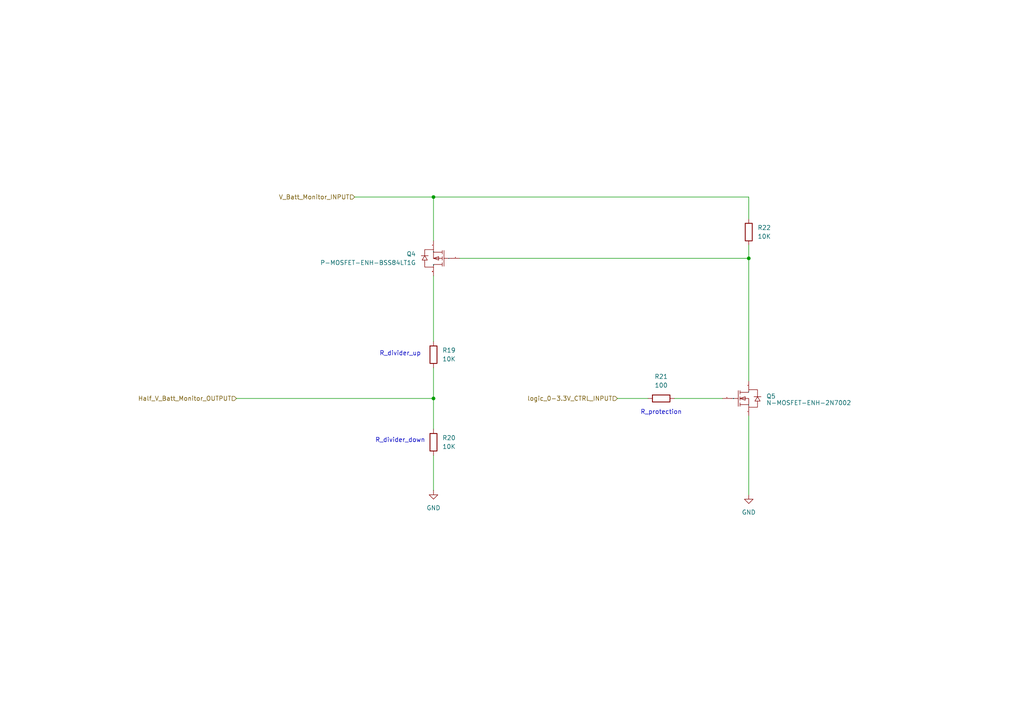
<source format=kicad_sch>
(kicad_sch (version 20250114) (generator "eeschema") (generator_version "9.0")
  (paper "A4")
  (lib_symbols
    (symbol "Device:R" (pin_numbers (hide yes)) (pin_names (offset 0))
      (property "Reference" "R" (at 2.032 0 90))
      (property "Value" "R" (at 0 0 90))
      (symbol "R_0_1"
        (rectangle (start -1.016 -2.54) (end 1.016 2.54) (stroke (width 0.254)))
      )
      (symbol "R_1_1"
        (pin passive line (at 0 3.81 270) (length 1.27) (name "~") (number "1"))
        (pin passive line (at 0 -3.81 90) (length 1.27) (name "~") (number "2"))
      )
    )
    (symbol "GND_1" (power) (pin_numbers (hide yes)) (pin_names (offset 0) (hide yes))
      (property "Value" "GND" (at 0 -3.81 0))
      (symbol "GND_1_0_1"
        (polyline (pts (xy 0 0) (xy 0 -1.27) (xy 1.27 -1.27) (xy 0 -2.54) (xy -1.27 -1.27) (xy 0 -1.27)))
      )
      (symbol "GND_1_1_1"
        (pin power_in line (at 0 0 270) (length 0) (name "~") (number "1"))
      )
    )
    (symbol "My_Personal_Symbols_Library:2N7002"
      (property "Reference" "Q" (at -2.286 4.826 0))
      (symbol "2N7002_1_0"
        (polyline (pts (xy -2.54 0) (xy -0.508 0)))
        (polyline (pts (xy -0.508 2.286) (xy -0.508 -2.286)))
        (polyline (pts (xy 0 2.286) (xy 0 1.27)))
        (polyline (pts (xy 0 1.778) (xy 2.54 1.778) (xy 2.54 1.778) (xy 2.54 2.54) (xy 2.54 2.54) (xy 5.08 2.54) (xy 5.08 2.54) (xy 5.08 0.508)))
        (polyline (pts (xy 0 0) (xy 1.524 -0.508) (xy 1.524 -0.508) (xy 1.524 0.508) (xy 1.524 0.508) (xy 0 0)))
        (polyline (pts (xy 0 0) (xy 2.54 0) (xy 2.54 0) (xy 2.54 -2.54) (xy 2.54 -2.54) (xy 5.08 -2.54) (xy 5.08 -2.54) (xy 5.08 -0.762)))
        (polyline (pts (xy 0 -0.508) (xy 0 0.508)))
        (polyline (pts (xy 0 -2.286) (xy 0 -1.27)))
        (polyline (pts (xy 2.54 -1.778) (xy 0 -1.778)))
        (polyline (pts (xy 5.08 0.508) (xy 4.318 -0.762) (xy 4.318 -0.762) (xy 5.842 -0.762) (xy 5.842 -0.762) (xy 5.08 0.508)))
        (polyline (pts (xy 6.096 0.508) (xy 5.588 0.508) (xy 5.588 0.508) (xy 4.572 0.508) (xy 4.572 0.508) (xy 4.064 0.508)))
        (pin input line (at -5.08 0 0) (length 2.54) (name "G") (number "1"))
        (pin input line (at 2.54 5.08 270) (length 2.54) (name "D") (number "3"))
        (pin input line (at 2.54 -5.08 90) (length 2.54) (name "S") (number "2"))
      )
    )
    (symbol "My_Personal_Symbols_Library:BSS84LT1G"
      (property "Reference" "Q" (at -1.778 4.064 0))
      (symbol "BSS84LT1G_1_0"
        (polyline (pts (xy -2.54 0) (xy -0.508 0)))
        (polyline (pts (xy -0.508 2.286) (xy -0.508 -2.286)))
        (polyline (pts (xy 0 2.286) (xy 0 1.27)))
        (polyline (pts (xy 0 1.778) (xy 2.54 1.778) (xy 2.54 1.778) (xy 2.54 2.54) (xy 2.54 2.54) (xy 5.08 2.54) (xy 5.08 2.54) (xy 5.08 0.508)))
        (polyline (pts (xy 0 0) (xy 2.54 0) (xy 2.54 0) (xy 2.54 -2.54) (xy 2.54 -2.54) (xy 5.08 -2.54) (xy 5.08 -2.54) (xy 5.08 -0.762)))
        (polyline (pts (xy 0 -0.508) (xy 0 0.508)))
        (polyline (pts (xy 0 -2.286) (xy 0 -1.27)))
        (polyline (pts (xy 2.54 0) (xy 1.016 0.508) (xy 1.016 0.508) (xy 1.016 -0.508) (xy 1.016 -0.508) (xy 2.54 0)))
        (polyline (pts (xy 2.54 -1.778) (xy 0 -1.778)))
        (polyline (pts (xy 4.064 -0.762) (xy 4.572 -0.762) (xy 4.572 -0.762) (xy 5.588 -0.762) (xy 5.588 -0.762) (xy 6.096 -0.762)))
        (polyline (pts (xy 5.08 -0.762) (xy 5.842 0.508) (xy 5.842 0.508) (xy 4.318 0.508) (xy 4.318 0.508) (xy 5.08 -0.762)))
        (pin passive line (at -5.08 0 0) (length 2.54) (name "G") (number "1"))
        (pin passive line (at 2.54 5.08 270) (length 2.54) (name "D") (number "3"))
        (pin passive line (at 2.54 -5.08 90) (length 2.54) (name "S") (number "2"))
      )
    )
  )
  (text "R_divider_down" (at 116.078 127.762 0) (effects (font (size 1.27 1.27))))
  (text "R_divider_up" (at 116.078 102.616 0) (effects (font (size 1.27 1.27))))
  (text "R_protection" (at 191.77 119.634 0) (effects (font (size 1.27 1.27))))
  (junction (at 125.73 115.57))
  (junction (at 217.17 74.93))
  (junction (at 125.73 57.15))
  (wire (pts (xy 102.87 57.15) (xy 125.73 57.15)))
  (wire (pts (xy 125.73 132.08) (xy 125.73 142.24)))
  (wire (pts (xy 125.73 57.15) (xy 125.73 69.85)))
  (wire (pts (xy 217.17 74.93) (xy 217.17 110.49)))
  (wire (pts (xy 133.35 74.93) (xy 217.17 74.93)))
  (wire (pts (xy 125.73 115.57) (xy 125.73 124.46)))
  (wire (pts (xy 125.73 80.01) (xy 125.73 99.06)))
  (wire (pts (xy 125.73 106.68) (xy 125.73 115.57)))
  (wire (pts (xy 195.58 115.57) (xy 209.55 115.57)))
  (wire (pts (xy 217.17 120.65) (xy 217.17 143.51)))
  (wire (pts (xy 217.17 74.93) (xy 217.17 71.12)))
  (wire (pts (xy 179.07 115.57) (xy 187.96 115.57)))
  (wire (pts (xy 68.58 115.57) (xy 125.73 115.57)))
  (wire (pts (xy 125.73 57.15) (xy 217.17 57.15)))
  (wire (pts (xy 217.17 57.15) (xy 217.17 63.5)))
  (hierarchical_label "Half_V_Batt_Monitor_OUTPUT" (shape input) (at 68.58 115.57 180))
  (hierarchical_label "logic_0-3.3V_CTRL_INPUT" (shape input) (at 179.07 115.57 180))
  (hierarchical_label "V_Batt_Monitor_INPUT" (shape input) (at 102.87 57.15 180))
  (symbol (lib_id "Device:R") (at 125.73 102.87 180) (unit 1)
    (property "Reference" "R19" (at 128.27 101.5999 0) (effects (justify right)))
    (property "Value" "10K" (at 128.27 104.1399 0) (effects (justify right)))
    (property "Footprint" "Resistor_SMD:R_0805_2012Metric_Pad1.20x1.40mm_HandSolder" (effects (hide yes)))
    (property "REF" "C17414" (effects (hide yes)))
  )
  (symbol (lib_id "Device:R") (at 217.17 67.31 180) (unit 1)
    (property "Reference" "R22" (at 219.71 66.0399 0) (effects (justify right)))
    (property "Value" "10K" (at 219.71 68.5799 0) (effects (justify right)))
    (property "Footprint" "Resistor_SMD:R_0805_2012Metric_Pad1.20x1.40mm_HandSolder" (effects (hide yes)))
    (property "REF" "C17414" (effects (hide yes)))
  )
  (symbol (lib_id "My_Personal_Symbols_Library:BSS84LT1G") (at 128.27 74.93 180) (unit 1)
    (property "Reference" "Q4" (at 120.65 73.6599 0) (effects (justify left)))
    (property "Value" "P-MOSFET-ENH-BSS84LT1G" (at 120.65 76.1999 0) (effects (justify left)))
    (property "Footprint" "Soleidon_foot:BSS84_SOT-23-3_L2.9-W1.6-P1.90-LS2.8-BR" (effects (hide yes)))
    (property "Datasheet" "https://atta.szlcsc.com/upload/public/pdf/source/20160910/1473490307635.PDF" (effects (hide yes)))
    (property "Description" "Type:1个PChannel Drain Source Voltage (Vdss): Continuous Drain Current (Id): Power Dissipation (Pd): Drain Source On Resistance (RDS(on)@Vgs,Id):10Ω@5V,100mA Gate Threshold Voltage (Vgs(th)@Id):2V@250uA Input Capacitance (Ciss@Vds):30pF@5V Operating Temper" (effects (hide yes)))
    (property "Manufacturer Part" "BSS84LT1G" (effects (hide yes)))
    (property "Manufacturer" "onsemi(安森美)" (effects (hide yes)))
    (property "Supplier Part" "C82079" (effects (hide yes)))
    (property "Supplier" "LCSC" (effects (hide yes)))
    (property "LCSC Part Name" "1个P沟道 耐压:50V 电流:130mA" (effects (hide yes)))
  )
  (symbol (lib_name "GND_1") (lib_id "power:GND") (at 217.17 143.51 0) (unit 1)
    (property "Reference" "#PWR055" (effects (hide yes)))
    (property "Value" "GND" (at 217.17 148.59 0))
    (property "Description" "Power symbol creates a global label with name \"GND\" , ground" (effects (hide yes)))
  )
  (symbol (lib_name "GND_1") (lib_id "power:GND") (at 125.73 142.24 0) (unit 1)
    (property "Reference" "#PWR054" (effects (hide yes)))
    (property "Value" "GND" (at 125.73 147.32 0))
    (property "Description" "Power symbol creates a global label with name \"GND\" , ground" (effects (hide yes)))
  )
  (symbol (lib_id "My_Personal_Symbols_Library:2N7002") (at 214.63 115.57 0) (unit 1)
    (property "Reference" "Q5" (at 222.25 114.9349 0) (effects (justify left)))
    (property "Value" "N-MOSFET-ENH-2N7002" (at 222.25 116.84 0) (effects (justify left)))
    (property "Footprint" "Soleidon_foot:SOT-23-3_L2.9-W1.3-P1.90-LS2.4-BR_2N7002" (effects (hide yes)))
    (property "Datasheet" "https://atta.szlcsc.com/upload/public/pdf/source/20171228/C164913_15144413269051213916.pdf" (effects (hide yes)))
    (property "Description" "Type:1 N-Channel Drain Source Voltage (Vdss): Continuous Drain Current (Id): Drain Source On Resistance (RDS(on)@Vgs,Id):5Ω@10V Power Dissipation (Pd):225mW Gate Threshold Voltage (Vgs(th)@Id):2.5V@250uA Input Capacitance (Ciss@Vds):50pF Reverse Transfer" (effects (hide yes)))
    (property "Manufacturer Part" "2N7002" (effects (hide yes)))
    (property "Manufacturer" "CJ(江苏长电/长晶)" (effects (hide yes)))
    (property "Supplier Part" "C8545" (effects (hide yes)))
    (property "Supplier" "LCSC" (effects (hide yes)))
    (property "LCSC Part Name" "1个N沟道 耐压:60V 电流:115mA" (effects (hide yes)))
  )
  (symbol (lib_id "Device:R") (at 125.73 128.27 180) (unit 1)
    (property "Reference" "R20" (at 128.27 126.9999 0) (effects (justify right)))
    (property "Value" "10K" (at 128.27 129.5399 0) (effects (justify right)))
    (property "Footprint" "Resistor_SMD:R_0805_2012Metric_Pad1.20x1.40mm_HandSolder" (effects (hide yes)))
    (property "REF" "C17414" (effects (hide yes)))
  )
  (symbol (lib_id "Device:R") (at 191.77 115.57 270) (unit 1)
    (property "Reference" "R21" (at 191.77 109.22 90))
    (property "Value" "100" (at 191.77 111.76 90))
    (property "Footprint" "Resistor_SMD:R_0805_2012Metric_Pad1.20x1.40mm_HandSolder" (effects (hide yes)))
    (property "REF" "C17408" (effects (hide yes)))
  )
)
</source>
